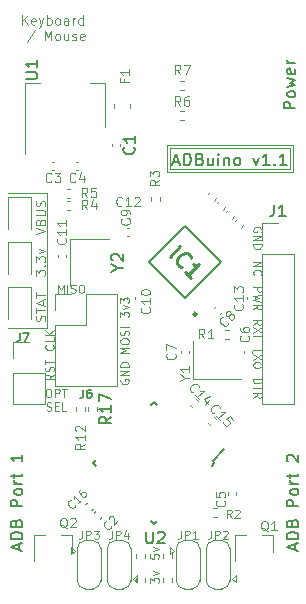
<source format=gbr>
%TF.GenerationSoftware,KiCad,Pcbnew,(5.1.9-16-g1737927814)-1*%
%TF.CreationDate,2021-10-10T21:13:45-05:00*%
%TF.ProjectId,adbuino,61646275-696e-46f2-9e6b-696361645f70,rev?*%
%TF.SameCoordinates,Original*%
%TF.FileFunction,Legend,Top*%
%TF.FilePolarity,Positive*%
%FSLAX46Y46*%
G04 Gerber Fmt 4.6, Leading zero omitted, Abs format (unit mm)*
G04 Created by KiCad (PCBNEW (5.1.9-16-g1737927814)-1) date 2021-10-10 21:13:45*
%MOMM*%
%LPD*%
G01*
G04 APERTURE LIST*
%ADD10C,0.100000*%
%ADD11C,0.120000*%
%ADD12C,0.150000*%
%ADD13C,0.200000*%
%ADD14C,0.250000*%
%ADD15C,0.254000*%
G04 APERTURE END LIST*
D10*
X28526666Y-57715666D02*
X28660000Y-57715666D01*
X28726666Y-57749000D01*
X28793333Y-57815666D01*
X28826666Y-57949000D01*
X28826666Y-58182333D01*
X28793333Y-58315666D01*
X28726666Y-58382333D01*
X28660000Y-58415666D01*
X28526666Y-58415666D01*
X28460000Y-58382333D01*
X28393333Y-58315666D01*
X28360000Y-58182333D01*
X28360000Y-57949000D01*
X28393333Y-57815666D01*
X28460000Y-57749000D01*
X28526666Y-57715666D01*
X29126666Y-58415666D02*
X29126666Y-57715666D01*
X29393333Y-57715666D01*
X29460000Y-57749000D01*
X29493333Y-57782333D01*
X29526666Y-57849000D01*
X29526666Y-57949000D01*
X29493333Y-58015666D01*
X29460000Y-58049000D01*
X29393333Y-58082333D01*
X29126666Y-58082333D01*
X29726666Y-57715666D02*
X30126666Y-57715666D01*
X29926666Y-58415666D02*
X29926666Y-57715666D01*
X28410000Y-59532333D02*
X28510000Y-59565666D01*
X28676666Y-59565666D01*
X28743333Y-59532333D01*
X28776666Y-59499000D01*
X28810000Y-59432333D01*
X28810000Y-59365666D01*
X28776666Y-59299000D01*
X28743333Y-59265666D01*
X28676666Y-59232333D01*
X28543333Y-59199000D01*
X28476666Y-59165666D01*
X28443333Y-59132333D01*
X28410000Y-59065666D01*
X28410000Y-58999000D01*
X28443333Y-58932333D01*
X28476666Y-58899000D01*
X28543333Y-58865666D01*
X28710000Y-58865666D01*
X28810000Y-58899000D01*
X29110000Y-59199000D02*
X29343333Y-59199000D01*
X29443333Y-59565666D02*
X29110000Y-59565666D01*
X29110000Y-58865666D01*
X29443333Y-58865666D01*
X30076666Y-59565666D02*
X29743333Y-59565666D01*
X29743333Y-58865666D01*
D11*
X28448000Y-52578000D02*
X25146000Y-52578000D01*
X28448000Y-41148000D02*
X28448000Y-52578000D01*
X25146000Y-41148000D02*
X28448000Y-41148000D01*
D10*
X34702000Y-56921333D02*
X34668666Y-56988000D01*
X34668666Y-57088000D01*
X34702000Y-57188000D01*
X34768666Y-57254666D01*
X34835333Y-57288000D01*
X34968666Y-57321333D01*
X35068666Y-57321333D01*
X35202000Y-57288000D01*
X35268666Y-57254666D01*
X35335333Y-57188000D01*
X35368666Y-57088000D01*
X35368666Y-57021333D01*
X35335333Y-56921333D01*
X35302000Y-56888000D01*
X35068666Y-56888000D01*
X35068666Y-57021333D01*
X35368666Y-56588000D02*
X34668666Y-56588000D01*
X35368666Y-56188000D01*
X34668666Y-56188000D01*
X35368666Y-55854666D02*
X34668666Y-55854666D01*
X34668666Y-55688000D01*
X34702000Y-55588000D01*
X34768666Y-55521333D01*
X34835333Y-55488000D01*
X34968666Y-55454666D01*
X35068666Y-55454666D01*
X35202000Y-55488000D01*
X35268666Y-55521333D01*
X35335333Y-55588000D01*
X35368666Y-55688000D01*
X35368666Y-55854666D01*
X35368666Y-54694000D02*
X34668666Y-54694000D01*
X35168666Y-54460666D01*
X34668666Y-54227333D01*
X35368666Y-54227333D01*
X34668666Y-53760666D02*
X34668666Y-53627333D01*
X34702000Y-53560666D01*
X34768666Y-53494000D01*
X34902000Y-53460666D01*
X35135333Y-53460666D01*
X35268666Y-53494000D01*
X35335333Y-53560666D01*
X35368666Y-53627333D01*
X35368666Y-53760666D01*
X35335333Y-53827333D01*
X35268666Y-53894000D01*
X35135333Y-53927333D01*
X34902000Y-53927333D01*
X34768666Y-53894000D01*
X34702000Y-53827333D01*
X34668666Y-53760666D01*
X35335333Y-53194000D02*
X35368666Y-53094000D01*
X35368666Y-52927333D01*
X35335333Y-52860666D01*
X35302000Y-52827333D01*
X35235333Y-52794000D01*
X35168666Y-52794000D01*
X35102000Y-52827333D01*
X35068666Y-52860666D01*
X35035333Y-52927333D01*
X35002000Y-53060666D01*
X34968666Y-53127333D01*
X34935333Y-53160666D01*
X34868666Y-53194000D01*
X34802000Y-53194000D01*
X34735333Y-53160666D01*
X34702000Y-53127333D01*
X34668666Y-53060666D01*
X34668666Y-52894000D01*
X34702000Y-52794000D01*
X35368666Y-52494000D02*
X34668666Y-52494000D01*
X29380000Y-49592666D02*
X29380000Y-48892666D01*
X29613333Y-49392666D01*
X29846666Y-48892666D01*
X29846666Y-49592666D01*
X30180000Y-49592666D02*
X30180000Y-48892666D01*
X30480000Y-49559333D02*
X30580000Y-49592666D01*
X30746666Y-49592666D01*
X30813333Y-49559333D01*
X30846666Y-49526000D01*
X30880000Y-49459333D01*
X30880000Y-49392666D01*
X30846666Y-49326000D01*
X30813333Y-49292666D01*
X30746666Y-49259333D01*
X30613333Y-49226000D01*
X30546666Y-49192666D01*
X30513333Y-49159333D01*
X30480000Y-49092666D01*
X30480000Y-49026000D01*
X30513333Y-48959333D01*
X30546666Y-48926000D01*
X30613333Y-48892666D01*
X30780000Y-48892666D01*
X30880000Y-48926000D01*
X31313333Y-48892666D02*
X31446666Y-48892666D01*
X31513333Y-48926000D01*
X31580000Y-48992666D01*
X31613333Y-49126000D01*
X31613333Y-49359333D01*
X31580000Y-49492666D01*
X31513333Y-49559333D01*
X31446666Y-49592666D01*
X31313333Y-49592666D01*
X31246666Y-49559333D01*
X31180000Y-49492666D01*
X31146666Y-49359333D01*
X31146666Y-49126000D01*
X31180000Y-48992666D01*
X31246666Y-48926000D01*
X31313333Y-48892666D01*
X34668666Y-51633333D02*
X34668666Y-51200000D01*
X34935333Y-51433333D01*
X34935333Y-51333333D01*
X34968666Y-51266666D01*
X35002000Y-51233333D01*
X35068666Y-51200000D01*
X35235333Y-51200000D01*
X35302000Y-51233333D01*
X35335333Y-51266666D01*
X35368666Y-51333333D01*
X35368666Y-51533333D01*
X35335333Y-51600000D01*
X35302000Y-51633333D01*
X34902000Y-50966666D02*
X35368666Y-50800000D01*
X34902000Y-50633333D01*
X34668666Y-50433333D02*
X34668666Y-50000000D01*
X34935333Y-50233333D01*
X34935333Y-50133333D01*
X34968666Y-50066666D01*
X35002000Y-50033333D01*
X35068666Y-50000000D01*
X35235333Y-50000000D01*
X35302000Y-50033333D01*
X35335333Y-50066666D01*
X35368666Y-50133333D01*
X35368666Y-50333333D01*
X35335333Y-50400000D01*
X35302000Y-50433333D01*
X29018666Y-56517333D02*
X28685333Y-56750666D01*
X29018666Y-56917333D02*
X28318666Y-56917333D01*
X28318666Y-56650666D01*
X28352000Y-56584000D01*
X28385333Y-56550666D01*
X28452000Y-56517333D01*
X28552000Y-56517333D01*
X28618666Y-56550666D01*
X28652000Y-56584000D01*
X28685333Y-56650666D01*
X28685333Y-56917333D01*
X28985333Y-56250666D02*
X29018666Y-56150666D01*
X29018666Y-55984000D01*
X28985333Y-55917333D01*
X28952000Y-55884000D01*
X28885333Y-55850666D01*
X28818666Y-55850666D01*
X28752000Y-55884000D01*
X28718666Y-55917333D01*
X28685333Y-55984000D01*
X28652000Y-56117333D01*
X28618666Y-56184000D01*
X28585333Y-56217333D01*
X28518666Y-56250666D01*
X28452000Y-56250666D01*
X28385333Y-56217333D01*
X28352000Y-56184000D01*
X28318666Y-56117333D01*
X28318666Y-55950666D01*
X28352000Y-55850666D01*
X28318666Y-55650666D02*
X28318666Y-55250666D01*
X29018666Y-55450666D02*
X28318666Y-55450666D01*
X28952000Y-54010666D02*
X28985333Y-54044000D01*
X29018666Y-54144000D01*
X29018666Y-54210666D01*
X28985333Y-54310666D01*
X28918666Y-54377333D01*
X28852000Y-54410666D01*
X28718666Y-54444000D01*
X28618666Y-54444000D01*
X28485333Y-54410666D01*
X28418666Y-54377333D01*
X28352000Y-54310666D01*
X28318666Y-54210666D01*
X28318666Y-54144000D01*
X28352000Y-54044000D01*
X28385333Y-54010666D01*
X29018666Y-53377333D02*
X29018666Y-53710666D01*
X28318666Y-53710666D01*
X29018666Y-53144000D02*
X28318666Y-53144000D01*
X29018666Y-52744000D02*
X28618666Y-53044000D01*
X28318666Y-52744000D02*
X28718666Y-53144000D01*
D11*
X38608000Y-39370000D02*
X38862000Y-39370000D01*
X38608000Y-37084000D02*
X38608000Y-39370000D01*
X49276000Y-37084000D02*
X38608000Y-37084000D01*
X49276000Y-37338000D02*
X49276000Y-37084000D01*
X49276000Y-39370000D02*
X49276000Y-37338000D01*
X38862000Y-39370000D02*
X49276000Y-39370000D01*
X38862000Y-37338000D02*
X38862000Y-39116000D01*
X49022000Y-37338000D02*
X38862000Y-37338000D01*
X49022000Y-39116000D02*
X49022000Y-37338000D01*
X38862000Y-39116000D02*
X49022000Y-39116000D01*
D10*
X37208666Y-74160000D02*
X37208666Y-73726666D01*
X37475333Y-73960000D01*
X37475333Y-73860000D01*
X37508666Y-73793333D01*
X37542000Y-73760000D01*
X37608666Y-73726666D01*
X37775333Y-73726666D01*
X37842000Y-73760000D01*
X37875333Y-73793333D01*
X37908666Y-73860000D01*
X37908666Y-74060000D01*
X37875333Y-74126666D01*
X37842000Y-74160000D01*
X37442000Y-73493333D02*
X37908666Y-73326666D01*
X37442000Y-73160000D01*
X37208666Y-71728000D02*
X37208666Y-72061333D01*
X37542000Y-72094666D01*
X37508666Y-72061333D01*
X37475333Y-71994666D01*
X37475333Y-71828000D01*
X37508666Y-71761333D01*
X37542000Y-71728000D01*
X37608666Y-71694666D01*
X37775333Y-71694666D01*
X37842000Y-71728000D01*
X37875333Y-71761333D01*
X37908666Y-71828000D01*
X37908666Y-71994666D01*
X37875333Y-72061333D01*
X37842000Y-72094666D01*
X37442000Y-71461333D02*
X37908666Y-71294666D01*
X37442000Y-71128000D01*
X28263809Y-51980952D02*
X28301904Y-51866666D01*
X28301904Y-51676190D01*
X28263809Y-51600000D01*
X28225714Y-51561904D01*
X28149523Y-51523809D01*
X28073333Y-51523809D01*
X27997142Y-51561904D01*
X27959047Y-51600000D01*
X27920952Y-51676190D01*
X27882857Y-51828571D01*
X27844761Y-51904761D01*
X27806666Y-51942857D01*
X27730476Y-51980952D01*
X27654285Y-51980952D01*
X27578095Y-51942857D01*
X27540000Y-51904761D01*
X27501904Y-51828571D01*
X27501904Y-51638095D01*
X27540000Y-51523809D01*
X27501904Y-51295238D02*
X27501904Y-50838095D01*
X28301904Y-51066666D02*
X27501904Y-51066666D01*
X28073333Y-50609523D02*
X28073333Y-50228571D01*
X28301904Y-50685714D02*
X27501904Y-50419047D01*
X28301904Y-50152380D01*
X27501904Y-50000000D02*
X27501904Y-49542857D01*
X28301904Y-49771428D02*
X27501904Y-49771428D01*
X27501904Y-48132857D02*
X27501904Y-47637619D01*
X27806666Y-47904285D01*
X27806666Y-47790000D01*
X27844761Y-47713809D01*
X27882857Y-47675714D01*
X27959047Y-47637619D01*
X28149523Y-47637619D01*
X28225714Y-47675714D01*
X28263809Y-47713809D01*
X28301904Y-47790000D01*
X28301904Y-48018571D01*
X28263809Y-48094761D01*
X28225714Y-48132857D01*
X28225714Y-47294761D02*
X28263809Y-47256666D01*
X28301904Y-47294761D01*
X28263809Y-47332857D01*
X28225714Y-47294761D01*
X28301904Y-47294761D01*
X27501904Y-46990000D02*
X27501904Y-46494761D01*
X27806666Y-46761428D01*
X27806666Y-46647142D01*
X27844761Y-46570952D01*
X27882857Y-46532857D01*
X27959047Y-46494761D01*
X28149523Y-46494761D01*
X28225714Y-46532857D01*
X28263809Y-46570952D01*
X28301904Y-46647142D01*
X28301904Y-46875714D01*
X28263809Y-46951904D01*
X28225714Y-46990000D01*
X27768571Y-46228095D02*
X28301904Y-46037619D01*
X27768571Y-45847142D01*
X27501904Y-44646666D02*
X28301904Y-44380000D01*
X27501904Y-44113333D01*
X27882857Y-43580000D02*
X27920952Y-43465714D01*
X27959047Y-43427619D01*
X28035238Y-43389523D01*
X28149523Y-43389523D01*
X28225714Y-43427619D01*
X28263809Y-43465714D01*
X28301904Y-43541904D01*
X28301904Y-43846666D01*
X27501904Y-43846666D01*
X27501904Y-43580000D01*
X27540000Y-43503809D01*
X27578095Y-43465714D01*
X27654285Y-43427619D01*
X27730476Y-43427619D01*
X27806666Y-43465714D01*
X27844761Y-43503809D01*
X27882857Y-43580000D01*
X27882857Y-43846666D01*
X27501904Y-43046666D02*
X28149523Y-43046666D01*
X28225714Y-43008571D01*
X28263809Y-42970476D01*
X28301904Y-42894285D01*
X28301904Y-42741904D01*
X28263809Y-42665714D01*
X28225714Y-42627619D01*
X28149523Y-42589523D01*
X27501904Y-42589523D01*
X28263809Y-42246666D02*
X28301904Y-42132380D01*
X28301904Y-41941904D01*
X28263809Y-41865714D01*
X28225714Y-41827619D01*
X28149523Y-41789523D01*
X28073333Y-41789523D01*
X27997142Y-41827619D01*
X27959047Y-41865714D01*
X27920952Y-41941904D01*
X27882857Y-42094285D01*
X27844761Y-42170476D01*
X27806666Y-42208571D01*
X27730476Y-42246666D01*
X27654285Y-42246666D01*
X27578095Y-42208571D01*
X27540000Y-42170476D01*
X27501904Y-42094285D01*
X27501904Y-41903809D01*
X27540000Y-41789523D01*
D12*
X39156285Y-38520666D02*
X39632476Y-38520666D01*
X39061047Y-38806380D02*
X39394380Y-37806380D01*
X39727714Y-38806380D01*
X40061047Y-38806380D02*
X40061047Y-37806380D01*
X40299142Y-37806380D01*
X40442000Y-37854000D01*
X40537238Y-37949238D01*
X40584857Y-38044476D01*
X40632476Y-38234952D01*
X40632476Y-38377809D01*
X40584857Y-38568285D01*
X40537238Y-38663523D01*
X40442000Y-38758761D01*
X40299142Y-38806380D01*
X40061047Y-38806380D01*
X41394380Y-38282571D02*
X41537238Y-38330190D01*
X41584857Y-38377809D01*
X41632476Y-38473047D01*
X41632476Y-38615904D01*
X41584857Y-38711142D01*
X41537238Y-38758761D01*
X41442000Y-38806380D01*
X41061047Y-38806380D01*
X41061047Y-37806380D01*
X41394380Y-37806380D01*
X41489619Y-37854000D01*
X41537238Y-37901619D01*
X41584857Y-37996857D01*
X41584857Y-38092095D01*
X41537238Y-38187333D01*
X41489619Y-38234952D01*
X41394380Y-38282571D01*
X41061047Y-38282571D01*
X42489619Y-38139714D02*
X42489619Y-38806380D01*
X42061047Y-38139714D02*
X42061047Y-38663523D01*
X42108666Y-38758761D01*
X42203904Y-38806380D01*
X42346761Y-38806380D01*
X42442000Y-38758761D01*
X42489619Y-38711142D01*
X42965809Y-38806380D02*
X42965809Y-38139714D01*
X42965809Y-37806380D02*
X42918190Y-37854000D01*
X42965809Y-37901619D01*
X43013428Y-37854000D01*
X42965809Y-37806380D01*
X42965809Y-37901619D01*
X43442000Y-38139714D02*
X43442000Y-38806380D01*
X43442000Y-38234952D02*
X43489619Y-38187333D01*
X43584857Y-38139714D01*
X43727714Y-38139714D01*
X43822952Y-38187333D01*
X43870571Y-38282571D01*
X43870571Y-38806380D01*
X44489619Y-38806380D02*
X44394380Y-38758761D01*
X44346761Y-38711142D01*
X44299142Y-38615904D01*
X44299142Y-38330190D01*
X44346761Y-38234952D01*
X44394380Y-38187333D01*
X44489619Y-38139714D01*
X44632476Y-38139714D01*
X44727714Y-38187333D01*
X44775333Y-38234952D01*
X44822952Y-38330190D01*
X44822952Y-38615904D01*
X44775333Y-38711142D01*
X44727714Y-38758761D01*
X44632476Y-38806380D01*
X44489619Y-38806380D01*
X45918190Y-38139714D02*
X46156285Y-38806380D01*
X46394380Y-38139714D01*
X47299142Y-38806380D02*
X46727714Y-38806380D01*
X47013428Y-38806380D02*
X47013428Y-37806380D01*
X46918190Y-37949238D01*
X46822952Y-38044476D01*
X46727714Y-38092095D01*
X47727714Y-38711142D02*
X47775333Y-38758761D01*
X47727714Y-38806380D01*
X47680095Y-38758761D01*
X47727714Y-38711142D01*
X47727714Y-38806380D01*
X48727714Y-38806380D02*
X48156285Y-38806380D01*
X48442000Y-38806380D02*
X48442000Y-37806380D01*
X48346761Y-37949238D01*
X48251523Y-38044476D01*
X48156285Y-38092095D01*
D10*
X45911333Y-49104666D02*
X46611333Y-49104666D01*
X46611333Y-49371333D01*
X46578000Y-49438000D01*
X46544666Y-49471333D01*
X46478000Y-49504666D01*
X46378000Y-49504666D01*
X46311333Y-49471333D01*
X46278000Y-49438000D01*
X46244666Y-49371333D01*
X46244666Y-49104666D01*
X46611333Y-49738000D02*
X45911333Y-49904666D01*
X46411333Y-50038000D01*
X45911333Y-50171333D01*
X46611333Y-50338000D01*
X45911333Y-51004666D02*
X46244666Y-50771333D01*
X45911333Y-50604666D02*
X46611333Y-50604666D01*
X46611333Y-50871333D01*
X46578000Y-50938000D01*
X46544666Y-50971333D01*
X46478000Y-51004666D01*
X46378000Y-51004666D01*
X46311333Y-50971333D01*
X46278000Y-50938000D01*
X46244666Y-50871333D01*
X46244666Y-50604666D01*
X45911333Y-56858000D02*
X46611333Y-56858000D01*
X46611333Y-57024666D01*
X46578000Y-57124666D01*
X46511333Y-57191333D01*
X46444666Y-57224666D01*
X46311333Y-57258000D01*
X46211333Y-57258000D01*
X46078000Y-57224666D01*
X46011333Y-57191333D01*
X45944666Y-57124666D01*
X45911333Y-57024666D01*
X45911333Y-56858000D01*
X46611333Y-57458000D02*
X46611333Y-57858000D01*
X45911333Y-57658000D02*
X46611333Y-57658000D01*
X45911333Y-58491333D02*
X46244666Y-58258000D01*
X45911333Y-58091333D02*
X46611333Y-58091333D01*
X46611333Y-58358000D01*
X46578000Y-58424666D01*
X46544666Y-58458000D01*
X46478000Y-58491333D01*
X46378000Y-58491333D01*
X46311333Y-58458000D01*
X46278000Y-58424666D01*
X46244666Y-58358000D01*
X46244666Y-58091333D01*
X46611333Y-54218000D02*
X46611333Y-54618000D01*
X45911333Y-54418000D02*
X46611333Y-54418000D01*
X46611333Y-54784666D02*
X45911333Y-55251333D01*
X46611333Y-55251333D02*
X45911333Y-54784666D01*
X46611333Y-55651333D02*
X46611333Y-55784666D01*
X46578000Y-55851333D01*
X46511333Y-55918000D01*
X46378000Y-55951333D01*
X46144666Y-55951333D01*
X46011333Y-55918000D01*
X45944666Y-55851333D01*
X45911333Y-55784666D01*
X45911333Y-55651333D01*
X45944666Y-55584666D01*
X46011333Y-55518000D01*
X46144666Y-55484666D01*
X46378000Y-55484666D01*
X46511333Y-55518000D01*
X46578000Y-55584666D01*
X46611333Y-55651333D01*
X45911333Y-52294666D02*
X46244666Y-52061333D01*
X45911333Y-51894666D02*
X46611333Y-51894666D01*
X46611333Y-52161333D01*
X46578000Y-52228000D01*
X46544666Y-52261333D01*
X46478000Y-52294666D01*
X46378000Y-52294666D01*
X46311333Y-52261333D01*
X46278000Y-52228000D01*
X46244666Y-52161333D01*
X46244666Y-51894666D01*
X46611333Y-52528000D02*
X45911333Y-52994666D01*
X46611333Y-52994666D02*
X45911333Y-52528000D01*
X45911333Y-53261333D02*
X46611333Y-53261333D01*
X45911333Y-46948000D02*
X46611333Y-46948000D01*
X45911333Y-47348000D01*
X46611333Y-47348000D01*
X45978000Y-48081333D02*
X45944666Y-48048000D01*
X45911333Y-47948000D01*
X45911333Y-47881333D01*
X45944666Y-47781333D01*
X46011333Y-47714666D01*
X46078000Y-47681333D01*
X46211333Y-47648000D01*
X46311333Y-47648000D01*
X46444666Y-47681333D01*
X46511333Y-47714666D01*
X46578000Y-47781333D01*
X46611333Y-47881333D01*
X46611333Y-47948000D01*
X46578000Y-48048000D01*
X46544666Y-48081333D01*
X46578000Y-44424666D02*
X46611333Y-44358000D01*
X46611333Y-44258000D01*
X46578000Y-44158000D01*
X46511333Y-44091333D01*
X46444666Y-44058000D01*
X46311333Y-44024666D01*
X46211333Y-44024666D01*
X46078000Y-44058000D01*
X46011333Y-44091333D01*
X45944666Y-44158000D01*
X45911333Y-44258000D01*
X45911333Y-44324666D01*
X45944666Y-44424666D01*
X45978000Y-44458000D01*
X46211333Y-44458000D01*
X46211333Y-44324666D01*
X45911333Y-44758000D02*
X46611333Y-44758000D01*
X45911333Y-45158000D01*
X46611333Y-45158000D01*
X45911333Y-45491333D02*
X46611333Y-45491333D01*
X46611333Y-45658000D01*
X46578000Y-45758000D01*
X46511333Y-45824666D01*
X46444666Y-45858000D01*
X46311333Y-45891333D01*
X46211333Y-45891333D01*
X46078000Y-45858000D01*
X46011333Y-45824666D01*
X45944666Y-45758000D01*
X45911333Y-45658000D01*
X45911333Y-45491333D01*
D12*
X49474380Y-33980190D02*
X48474380Y-33980190D01*
X48474380Y-33599238D01*
X48522000Y-33504000D01*
X48569619Y-33456380D01*
X48664857Y-33408761D01*
X48807714Y-33408761D01*
X48902952Y-33456380D01*
X48950571Y-33504000D01*
X48998190Y-33599238D01*
X48998190Y-33980190D01*
X49474380Y-32837333D02*
X49426761Y-32932571D01*
X49379142Y-32980190D01*
X49283904Y-33027809D01*
X48998190Y-33027809D01*
X48902952Y-32980190D01*
X48855333Y-32932571D01*
X48807714Y-32837333D01*
X48807714Y-32694476D01*
X48855333Y-32599238D01*
X48902952Y-32551619D01*
X48998190Y-32504000D01*
X49283904Y-32504000D01*
X49379142Y-32551619D01*
X49426761Y-32599238D01*
X49474380Y-32694476D01*
X49474380Y-32837333D01*
X48807714Y-32170666D02*
X49474380Y-31980190D01*
X48998190Y-31789714D01*
X49474380Y-31599238D01*
X48807714Y-31408761D01*
X49426761Y-30646857D02*
X49474380Y-30742095D01*
X49474380Y-30932571D01*
X49426761Y-31027809D01*
X49331523Y-31075428D01*
X48950571Y-31075428D01*
X48855333Y-31027809D01*
X48807714Y-30932571D01*
X48807714Y-30742095D01*
X48855333Y-30646857D01*
X48950571Y-30599238D01*
X49045809Y-30599238D01*
X49141047Y-31075428D01*
X49474380Y-30170666D02*
X48807714Y-30170666D01*
X48998190Y-30170666D02*
X48902952Y-30123047D01*
X48855333Y-30075428D01*
X48807714Y-29980190D01*
X48807714Y-29884952D01*
D10*
X26352857Y-26889904D02*
X26352857Y-26089904D01*
X26810000Y-26889904D02*
X26467142Y-26432761D01*
X26810000Y-26089904D02*
X26352857Y-26547047D01*
X27457619Y-26851809D02*
X27381428Y-26889904D01*
X27229047Y-26889904D01*
X27152857Y-26851809D01*
X27114761Y-26775619D01*
X27114761Y-26470857D01*
X27152857Y-26394666D01*
X27229047Y-26356571D01*
X27381428Y-26356571D01*
X27457619Y-26394666D01*
X27495714Y-26470857D01*
X27495714Y-26547047D01*
X27114761Y-26623238D01*
X27762380Y-26356571D02*
X27952857Y-26889904D01*
X28143333Y-26356571D02*
X27952857Y-26889904D01*
X27876666Y-27080380D01*
X27838571Y-27118476D01*
X27762380Y-27156571D01*
X28448095Y-26889904D02*
X28448095Y-26089904D01*
X28448095Y-26394666D02*
X28524285Y-26356571D01*
X28676666Y-26356571D01*
X28752857Y-26394666D01*
X28790952Y-26432761D01*
X28829047Y-26508952D01*
X28829047Y-26737523D01*
X28790952Y-26813714D01*
X28752857Y-26851809D01*
X28676666Y-26889904D01*
X28524285Y-26889904D01*
X28448095Y-26851809D01*
X29286190Y-26889904D02*
X29210000Y-26851809D01*
X29171904Y-26813714D01*
X29133809Y-26737523D01*
X29133809Y-26508952D01*
X29171904Y-26432761D01*
X29210000Y-26394666D01*
X29286190Y-26356571D01*
X29400476Y-26356571D01*
X29476666Y-26394666D01*
X29514761Y-26432761D01*
X29552857Y-26508952D01*
X29552857Y-26737523D01*
X29514761Y-26813714D01*
X29476666Y-26851809D01*
X29400476Y-26889904D01*
X29286190Y-26889904D01*
X30238571Y-26889904D02*
X30238571Y-26470857D01*
X30200476Y-26394666D01*
X30124285Y-26356571D01*
X29971904Y-26356571D01*
X29895714Y-26394666D01*
X30238571Y-26851809D02*
X30162380Y-26889904D01*
X29971904Y-26889904D01*
X29895714Y-26851809D01*
X29857619Y-26775619D01*
X29857619Y-26699428D01*
X29895714Y-26623238D01*
X29971904Y-26585142D01*
X30162380Y-26585142D01*
X30238571Y-26547047D01*
X30619523Y-26889904D02*
X30619523Y-26356571D01*
X30619523Y-26508952D02*
X30657619Y-26432761D01*
X30695714Y-26394666D01*
X30771904Y-26356571D01*
X30848095Y-26356571D01*
X31457619Y-26889904D02*
X31457619Y-26089904D01*
X31457619Y-26851809D02*
X31381428Y-26889904D01*
X31229047Y-26889904D01*
X31152857Y-26851809D01*
X31114761Y-26813714D01*
X31076666Y-26737523D01*
X31076666Y-26508952D01*
X31114761Y-26432761D01*
X31152857Y-26394666D01*
X31229047Y-26356571D01*
X31381428Y-26356571D01*
X31457619Y-26394666D01*
X27400476Y-27351809D02*
X26714761Y-28380380D01*
X28276666Y-28189904D02*
X28276666Y-27389904D01*
X28543333Y-27961333D01*
X28810000Y-27389904D01*
X28810000Y-28189904D01*
X29305238Y-28189904D02*
X29229047Y-28151809D01*
X29190952Y-28113714D01*
X29152857Y-28037523D01*
X29152857Y-27808952D01*
X29190952Y-27732761D01*
X29229047Y-27694666D01*
X29305238Y-27656571D01*
X29419523Y-27656571D01*
X29495714Y-27694666D01*
X29533809Y-27732761D01*
X29571904Y-27808952D01*
X29571904Y-28037523D01*
X29533809Y-28113714D01*
X29495714Y-28151809D01*
X29419523Y-28189904D01*
X29305238Y-28189904D01*
X30257619Y-27656571D02*
X30257619Y-28189904D01*
X29914761Y-27656571D02*
X29914761Y-28075619D01*
X29952857Y-28151809D01*
X30029047Y-28189904D01*
X30143333Y-28189904D01*
X30219523Y-28151809D01*
X30257619Y-28113714D01*
X30600476Y-28151809D02*
X30676666Y-28189904D01*
X30829047Y-28189904D01*
X30905238Y-28151809D01*
X30943333Y-28075619D01*
X30943333Y-28037523D01*
X30905238Y-27961333D01*
X30829047Y-27923238D01*
X30714761Y-27923238D01*
X30638571Y-27885142D01*
X30600476Y-27808952D01*
X30600476Y-27770857D01*
X30638571Y-27694666D01*
X30714761Y-27656571D01*
X30829047Y-27656571D01*
X30905238Y-27694666D01*
X31590952Y-28151809D02*
X31514761Y-28189904D01*
X31362380Y-28189904D01*
X31286190Y-28151809D01*
X31248095Y-28075619D01*
X31248095Y-27770857D01*
X31286190Y-27694666D01*
X31362380Y-27656571D01*
X31514761Y-27656571D01*
X31590952Y-27694666D01*
X31629047Y-27770857D01*
X31629047Y-27847047D01*
X31248095Y-27923238D01*
D12*
X49442666Y-71333809D02*
X49442666Y-70857619D01*
X49728380Y-71429047D02*
X48728380Y-71095714D01*
X49728380Y-70762380D01*
X49728380Y-70429047D02*
X48728380Y-70429047D01*
X48728380Y-70190952D01*
X48776000Y-70048095D01*
X48871238Y-69952857D01*
X48966476Y-69905238D01*
X49156952Y-69857619D01*
X49299809Y-69857619D01*
X49490285Y-69905238D01*
X49585523Y-69952857D01*
X49680761Y-70048095D01*
X49728380Y-70190952D01*
X49728380Y-70429047D01*
X49204571Y-69095714D02*
X49252190Y-68952857D01*
X49299809Y-68905238D01*
X49395047Y-68857619D01*
X49537904Y-68857619D01*
X49633142Y-68905238D01*
X49680761Y-68952857D01*
X49728380Y-69048095D01*
X49728380Y-69429047D01*
X48728380Y-69429047D01*
X48728380Y-69095714D01*
X48776000Y-69000476D01*
X48823619Y-68952857D01*
X48918857Y-68905238D01*
X49014095Y-68905238D01*
X49109333Y-68952857D01*
X49156952Y-69000476D01*
X49204571Y-69095714D01*
X49204571Y-69429047D01*
X49728380Y-67667142D02*
X48728380Y-67667142D01*
X48728380Y-67286190D01*
X48776000Y-67190952D01*
X48823619Y-67143333D01*
X48918857Y-67095714D01*
X49061714Y-67095714D01*
X49156952Y-67143333D01*
X49204571Y-67190952D01*
X49252190Y-67286190D01*
X49252190Y-67667142D01*
X49728380Y-66524285D02*
X49680761Y-66619523D01*
X49633142Y-66667142D01*
X49537904Y-66714761D01*
X49252190Y-66714761D01*
X49156952Y-66667142D01*
X49109333Y-66619523D01*
X49061714Y-66524285D01*
X49061714Y-66381428D01*
X49109333Y-66286190D01*
X49156952Y-66238571D01*
X49252190Y-66190952D01*
X49537904Y-66190952D01*
X49633142Y-66238571D01*
X49680761Y-66286190D01*
X49728380Y-66381428D01*
X49728380Y-66524285D01*
X49728380Y-65762380D02*
X49061714Y-65762380D01*
X49252190Y-65762380D02*
X49156952Y-65714761D01*
X49109333Y-65667142D01*
X49061714Y-65571904D01*
X49061714Y-65476666D01*
X49061714Y-65286190D02*
X49061714Y-64905238D01*
X48728380Y-65143333D02*
X49585523Y-65143333D01*
X49680761Y-65095714D01*
X49728380Y-65000476D01*
X49728380Y-64905238D01*
X48823619Y-63857619D02*
X48776000Y-63810000D01*
X48728380Y-63714761D01*
X48728380Y-63476666D01*
X48776000Y-63381428D01*
X48823619Y-63333809D01*
X48918857Y-63286190D01*
X49014095Y-63286190D01*
X49156952Y-63333809D01*
X49728380Y-63905238D01*
X49728380Y-63286190D01*
X26074666Y-71333809D02*
X26074666Y-70857619D01*
X26360380Y-71429047D02*
X25360380Y-71095714D01*
X26360380Y-70762380D01*
X26360380Y-70429047D02*
X25360380Y-70429047D01*
X25360380Y-70190952D01*
X25408000Y-70048095D01*
X25503238Y-69952857D01*
X25598476Y-69905238D01*
X25788952Y-69857619D01*
X25931809Y-69857619D01*
X26122285Y-69905238D01*
X26217523Y-69952857D01*
X26312761Y-70048095D01*
X26360380Y-70190952D01*
X26360380Y-70429047D01*
X25836571Y-69095714D02*
X25884190Y-68952857D01*
X25931809Y-68905238D01*
X26027047Y-68857619D01*
X26169904Y-68857619D01*
X26265142Y-68905238D01*
X26312761Y-68952857D01*
X26360380Y-69048095D01*
X26360380Y-69429047D01*
X25360380Y-69429047D01*
X25360380Y-69095714D01*
X25408000Y-69000476D01*
X25455619Y-68952857D01*
X25550857Y-68905238D01*
X25646095Y-68905238D01*
X25741333Y-68952857D01*
X25788952Y-69000476D01*
X25836571Y-69095714D01*
X25836571Y-69429047D01*
X26360380Y-67667142D02*
X25360380Y-67667142D01*
X25360380Y-67286190D01*
X25408000Y-67190952D01*
X25455619Y-67143333D01*
X25550857Y-67095714D01*
X25693714Y-67095714D01*
X25788952Y-67143333D01*
X25836571Y-67190952D01*
X25884190Y-67286190D01*
X25884190Y-67667142D01*
X26360380Y-66524285D02*
X26312761Y-66619523D01*
X26265142Y-66667142D01*
X26169904Y-66714761D01*
X25884190Y-66714761D01*
X25788952Y-66667142D01*
X25741333Y-66619523D01*
X25693714Y-66524285D01*
X25693714Y-66381428D01*
X25741333Y-66286190D01*
X25788952Y-66238571D01*
X25884190Y-66190952D01*
X26169904Y-66190952D01*
X26265142Y-66238571D01*
X26312761Y-66286190D01*
X26360380Y-66381428D01*
X26360380Y-66524285D01*
X26360380Y-65762380D02*
X25693714Y-65762380D01*
X25884190Y-65762380D02*
X25788952Y-65714761D01*
X25741333Y-65667142D01*
X25693714Y-65571904D01*
X25693714Y-65476666D01*
X25693714Y-65286190D02*
X25693714Y-64905238D01*
X25360380Y-65143333D02*
X26217523Y-65143333D01*
X26312761Y-65095714D01*
X26360380Y-65000476D01*
X26360380Y-64905238D01*
X26360380Y-63286190D02*
X26360380Y-63857619D01*
X26360380Y-63571904D02*
X25360380Y-63571904D01*
X25503238Y-63667142D01*
X25598476Y-63762380D01*
X25646095Y-63857619D01*
D11*
%TO.C,J7*%
X25594000Y-58988000D02*
X28254000Y-58988000D01*
X25594000Y-56388000D02*
X25594000Y-58988000D01*
X28254000Y-56388000D02*
X28254000Y-58988000D01*
X25594000Y-56388000D02*
X28254000Y-56388000D01*
X25594000Y-55118000D02*
X25594000Y-53788000D01*
X25594000Y-53788000D02*
X26924000Y-53788000D01*
D13*
%TO.C,IC1*%
X40132000Y-50040559D02*
X37091441Y-47000000D01*
X37091441Y-47000000D02*
X40132000Y-43959441D01*
X40132000Y-43959441D02*
X43172559Y-47000000D01*
X43172559Y-47000000D02*
X40132000Y-50040559D01*
D14*
X41123206Y-51401740D02*
G75*
G03*
X41123206Y-51401740I-125000J0D01*
G01*
D11*
%TO.C,R17*%
X32638000Y-59282359D02*
X32638000Y-59589641D01*
X31878000Y-59282359D02*
X31878000Y-59589641D01*
%TO.C,JP4*%
X33544000Y-74014000D02*
X33544000Y-71214000D01*
X34244000Y-70564000D02*
X34844000Y-70564000D01*
X35544000Y-71214000D02*
X35544000Y-74014000D01*
X34844000Y-74664000D02*
X34244000Y-74664000D01*
X35744000Y-73814000D02*
X36044000Y-74114000D01*
X36044000Y-74114000D02*
X36044000Y-73514000D01*
X35744000Y-73814000D02*
X36044000Y-73514000D01*
X34244000Y-74664000D02*
G75*
G02*
X33544000Y-73964000I0J700000D01*
G01*
X35544000Y-73964000D02*
G75*
G02*
X34844000Y-74664000I-700000J0D01*
G01*
X34844000Y-70564000D02*
G75*
G02*
X35544000Y-71264000I0J-700000D01*
G01*
X33544000Y-71264000D02*
G75*
G02*
X34244000Y-70564000I700000J0D01*
G01*
%TO.C,JP3*%
X33004000Y-71214000D02*
X33004000Y-74014000D01*
X32304000Y-74664000D02*
X31704000Y-74664000D01*
X31004000Y-74014000D02*
X31004000Y-71214000D01*
X31704000Y-70564000D02*
X32304000Y-70564000D01*
X30804000Y-71414000D02*
X30504000Y-71114000D01*
X30504000Y-71114000D02*
X30504000Y-71714000D01*
X30804000Y-71414000D02*
X30504000Y-71714000D01*
X32304000Y-70564000D02*
G75*
G02*
X33004000Y-71264000I0J-700000D01*
G01*
X31004000Y-71264000D02*
G75*
G02*
X31704000Y-70564000I700000J0D01*
G01*
X31704000Y-74664000D02*
G75*
G02*
X31004000Y-73964000I0J700000D01*
G01*
X33004000Y-73964000D02*
G75*
G02*
X32304000Y-74664000I-700000J0D01*
G01*
%TO.C,JP2*%
X41926000Y-74014000D02*
X41926000Y-71214000D01*
X42626000Y-70564000D02*
X43226000Y-70564000D01*
X43926000Y-71214000D02*
X43926000Y-74014000D01*
X43226000Y-74664000D02*
X42626000Y-74664000D01*
X44126000Y-73814000D02*
X44426000Y-74114000D01*
X44426000Y-74114000D02*
X44426000Y-73514000D01*
X44126000Y-73814000D02*
X44426000Y-73514000D01*
X42626000Y-74664000D02*
G75*
G02*
X41926000Y-73964000I0J700000D01*
G01*
X43926000Y-73964000D02*
G75*
G02*
X43226000Y-74664000I-700000J0D01*
G01*
X43226000Y-70564000D02*
G75*
G02*
X43926000Y-71264000I0J-700000D01*
G01*
X41926000Y-71264000D02*
G75*
G02*
X42626000Y-70564000I700000J0D01*
G01*
%TO.C,JP1*%
X41386000Y-71214000D02*
X41386000Y-74014000D01*
X40686000Y-74664000D02*
X40086000Y-74664000D01*
X39386000Y-74014000D02*
X39386000Y-71214000D01*
X40086000Y-70564000D02*
X40686000Y-70564000D01*
X39186000Y-71414000D02*
X38886000Y-71114000D01*
X38886000Y-71114000D02*
X38886000Y-71714000D01*
X39186000Y-71414000D02*
X38886000Y-71714000D01*
X40686000Y-70564000D02*
G75*
G02*
X41386000Y-71264000I0J-700000D01*
G01*
X39386000Y-71264000D02*
G75*
G02*
X40086000Y-70564000I700000J0D01*
G01*
X40086000Y-74664000D02*
G75*
G02*
X39386000Y-73964000I0J700000D01*
G01*
X41386000Y-73964000D02*
G75*
G02*
X40686000Y-74664000I-700000J0D01*
G01*
%TO.C,J6*%
X29150000Y-57464000D02*
X34350000Y-57464000D01*
X29150000Y-52324000D02*
X29150000Y-57464000D01*
X34350000Y-49724000D02*
X34350000Y-57464000D01*
X29150000Y-52324000D02*
X31750000Y-52324000D01*
X31750000Y-52324000D02*
X31750000Y-49724000D01*
X31750000Y-49724000D02*
X34350000Y-49724000D01*
X29150000Y-51054000D02*
X29150000Y-49724000D01*
X29150000Y-49724000D02*
X30480000Y-49724000D01*
%TO.C,R16*%
X44864060Y-44065341D02*
X45081341Y-43848060D01*
X44326659Y-43527940D02*
X44543940Y-43310659D01*
%TO.C,R14*%
X42578060Y-41779341D02*
X42795341Y-41562060D01*
X42040659Y-41241940D02*
X42257940Y-41024659D01*
%TO.C,R13*%
X44102060Y-43303341D02*
X44319341Y-43086060D01*
X43564659Y-42765940D02*
X43781940Y-42548659D01*
%TO.C,R15*%
X43340060Y-42541341D02*
X43557341Y-42324060D01*
X42802659Y-42003940D02*
X43019940Y-41786659D01*
%TO.C,Q1*%
X47554000Y-70106000D02*
X47554000Y-71566000D01*
X44394000Y-70106000D02*
X44394000Y-72266000D01*
X44394000Y-70106000D02*
X45324000Y-70106000D01*
X47554000Y-70106000D02*
X46624000Y-70106000D01*
%TO.C,C12*%
X35413836Y-43286000D02*
X35198164Y-43286000D01*
X35413836Y-42566000D02*
X35198164Y-42566000D01*
%TO.C,Y2*%
X33654000Y-45000000D02*
X30354000Y-45000000D01*
X30354000Y-45000000D02*
X30354000Y-49000000D01*
%TO.C,C13*%
X46080000Y-50145836D02*
X46080000Y-49930164D01*
X45360000Y-50145836D02*
X45360000Y-49930164D01*
%TO.C,R12*%
X30862000Y-59589641D02*
X30862000Y-59282359D01*
X31622000Y-59589641D02*
X31622000Y-59282359D01*
%TO.C,R11*%
X36702000Y-71728359D02*
X36702000Y-72035641D01*
X35942000Y-71728359D02*
X35942000Y-72035641D01*
%TO.C,R10*%
X35942000Y-74067641D02*
X35942000Y-73760359D01*
X36702000Y-74067641D02*
X36702000Y-73760359D01*
%TO.C,R9*%
X38988000Y-71728359D02*
X38988000Y-72035641D01*
X38228000Y-71728359D02*
X38228000Y-72035641D01*
%TO.C,R8*%
X38228000Y-74067641D02*
X38228000Y-73760359D01*
X38988000Y-74067641D02*
X38988000Y-73760359D01*
%TO.C,R7*%
X40031641Y-32384000D02*
X39724359Y-32384000D01*
X40031641Y-31624000D02*
X39724359Y-31624000D01*
%TO.C,R6*%
X39722359Y-34164000D02*
X40029641Y-34164000D01*
X39722359Y-34924000D02*
X40029641Y-34924000D01*
%TO.C,R5*%
X30418281Y-41548320D02*
X30110999Y-41548320D01*
X30418281Y-40788320D02*
X30110999Y-40788320D01*
%TO.C,R4*%
X30413201Y-42559240D02*
X30105919Y-42559240D01*
X30413201Y-41799240D02*
X30105919Y-41799240D01*
%TO.C,R3*%
X37972000Y-41502359D02*
X37972000Y-41809641D01*
X37212000Y-41502359D02*
X37212000Y-41809641D01*
%TO.C,R2*%
X42827641Y-68579000D02*
X42520359Y-68579000D01*
X42827641Y-67819000D02*
X42520359Y-67819000D01*
%TO.C,R1*%
X43839641Y-53466000D02*
X43532359Y-53466000D01*
X43839641Y-52706000D02*
X43532359Y-52706000D01*
%TO.C,C16*%
X32366239Y-67860096D02*
X32213736Y-68012599D01*
X31857122Y-67350979D02*
X31704619Y-67503482D01*
%TO.C,C15*%
X42596307Y-60121190D02*
X42748810Y-60273693D01*
X42087190Y-60630307D02*
X42239693Y-60782810D01*
%TO.C,C14*%
X41072307Y-58597190D02*
X41224810Y-58749693D01*
X40563190Y-59106307D02*
X40715693Y-59258810D01*
%TO.C,C11*%
X30078000Y-46374164D02*
X30078000Y-46589836D01*
X29358000Y-46374164D02*
X29358000Y-46589836D01*
%TO.C,C10*%
X35920000Y-49930164D02*
X35920000Y-50145836D01*
X35200000Y-49930164D02*
X35200000Y-50145836D01*
%TO.C,C9*%
X35413836Y-44810000D02*
X35198164Y-44810000D01*
X35413836Y-44090000D02*
X35198164Y-44090000D01*
%TO.C,C8*%
X42595190Y-50875693D02*
X42747693Y-50723190D01*
X43104307Y-51384810D02*
X43256810Y-51232307D01*
%TO.C,C7*%
X39772000Y-54717836D02*
X39772000Y-54502164D01*
X40492000Y-54717836D02*
X40492000Y-54502164D01*
%TO.C,C6*%
X45826000Y-54502164D02*
X45826000Y-54717836D01*
X45106000Y-54502164D02*
X45106000Y-54717836D01*
%TO.C,C5*%
X43769960Y-66683836D02*
X43769960Y-66468164D01*
X44489960Y-66683836D02*
X44489960Y-66468164D01*
%TO.C,C4*%
X30880164Y-38502000D02*
X31095836Y-38502000D01*
X30880164Y-39222000D02*
X31095836Y-39222000D01*
%TO.C,C3*%
X29063836Y-39222000D02*
X28848164Y-39222000D01*
X29063836Y-38502000D02*
X28848164Y-38502000D01*
%TO.C,C2*%
X33056170Y-68555107D02*
X32903667Y-68707610D01*
X32547053Y-68045990D02*
X32394550Y-68198493D01*
%TO.C,C1*%
X34650000Y-36976164D02*
X34650000Y-37191836D01*
X33930000Y-36976164D02*
X33930000Y-37191836D01*
%TO.C,D3*%
X27071200Y-51823100D02*
X27071200Y-49138100D01*
X27071200Y-49138100D02*
X25151200Y-49138100D01*
X25151200Y-49138100D02*
X25151200Y-51823100D01*
%TO.C,D2*%
X27071200Y-44180000D02*
X27071200Y-41495000D01*
X27071200Y-41495000D02*
X25151200Y-41495000D01*
X25151200Y-41495000D02*
X25151200Y-44180000D01*
%TO.C,D1*%
X27071200Y-48001550D02*
X27071200Y-45316550D01*
X27071200Y-45316550D02*
X25151200Y-45316550D01*
X25151200Y-45316550D02*
X25151200Y-48001550D01*
%TO.C,J1*%
X46670000Y-43670000D02*
X48000000Y-43670000D01*
X46670000Y-45000000D02*
X46670000Y-43670000D01*
X46670000Y-46270000D02*
X49330000Y-46270000D01*
X49330000Y-46270000D02*
X49330000Y-59030000D01*
X46670000Y-46270000D02*
X46670000Y-59030000D01*
X46670000Y-59030000D02*
X49330000Y-59030000D01*
%TO.C,F1*%
X34088000Y-33636969D02*
X34088000Y-33927031D01*
X35508000Y-33636969D02*
X35508000Y-33927031D01*
%TO.C,Y1*%
X40842000Y-56934000D02*
X44842000Y-56934000D01*
X40842000Y-53634000D02*
X40842000Y-56934000D01*
%TO.C,Q2*%
X30536000Y-70106000D02*
X30536000Y-71566000D01*
X27376000Y-70106000D02*
X27376000Y-72266000D01*
X27376000Y-70106000D02*
X28306000Y-70106000D01*
X30536000Y-70106000D02*
X29606000Y-70106000D01*
%TO.C,U1*%
X33382000Y-31824000D02*
X32122000Y-31824000D01*
X26562000Y-31824000D02*
X27822000Y-31824000D01*
X33382000Y-35584000D02*
X33382000Y-31824000D01*
X26562000Y-37834000D02*
X26562000Y-31824000D01*
D12*
%TO.C,U2*%
X42626524Y-64000000D02*
X42467425Y-63840901D01*
X37500000Y-69126524D02*
X37270190Y-68896714D01*
X32373476Y-64000000D02*
X32603286Y-64229810D01*
X37500000Y-58873476D02*
X37729810Y-59103286D01*
X42626524Y-64000000D02*
X42396714Y-64229810D01*
X37500000Y-58873476D02*
X37270190Y-59103286D01*
X32373476Y-64000000D02*
X32603286Y-63770190D01*
X37500000Y-69126524D02*
X37729810Y-68896714D01*
X42467425Y-63840901D02*
X43475052Y-62833274D01*
%TO.C,J7*%
X26182666Y-52956666D02*
X26182666Y-53456666D01*
X26149333Y-53556666D01*
X26082666Y-53623333D01*
X25982666Y-53656666D01*
X25916000Y-53656666D01*
X26449333Y-52956666D02*
X26916000Y-52956666D01*
X26616000Y-53656666D01*
%TO.C,IC1*%
D15*
X38849106Y-46529605D02*
X39747131Y-45631580D01*
X39875421Y-47384868D02*
X39789895Y-47384868D01*
X39618842Y-47299341D01*
X39533316Y-47213815D01*
X39447790Y-47042763D01*
X39447790Y-46871710D01*
X39490553Y-46743421D01*
X39618842Y-46529605D01*
X39747131Y-46401316D01*
X39960947Y-46273026D01*
X40089236Y-46230263D01*
X40260289Y-46230263D01*
X40431341Y-46315790D01*
X40516868Y-46401316D01*
X40602394Y-46572368D01*
X40602394Y-46657895D01*
X40645157Y-48325656D02*
X40132000Y-47812499D01*
X40388578Y-48069078D02*
X41286604Y-47171052D01*
X41072788Y-47213815D01*
X40901736Y-47213815D01*
X40773446Y-47171052D01*
%TO.C,R17*%
D12*
X33880380Y-60078857D02*
X33404190Y-60412190D01*
X33880380Y-60650285D02*
X32880380Y-60650285D01*
X32880380Y-60269333D01*
X32928000Y-60174095D01*
X32975619Y-60126476D01*
X33070857Y-60078857D01*
X33213714Y-60078857D01*
X33308952Y-60126476D01*
X33356571Y-60174095D01*
X33404190Y-60269333D01*
X33404190Y-60650285D01*
X33880380Y-59126476D02*
X33880380Y-59697904D01*
X33880380Y-59412190D02*
X32880380Y-59412190D01*
X33023238Y-59507428D01*
X33118476Y-59602666D01*
X33166095Y-59697904D01*
X32880380Y-58793142D02*
X32880380Y-58126476D01*
X33880380Y-58555047D01*
%TO.C,JP4*%
D10*
X33960666Y-69720666D02*
X33960666Y-70220666D01*
X33927333Y-70320666D01*
X33860666Y-70387333D01*
X33760666Y-70420666D01*
X33694000Y-70420666D01*
X34294000Y-70420666D02*
X34294000Y-69720666D01*
X34560666Y-69720666D01*
X34627333Y-69754000D01*
X34660666Y-69787333D01*
X34694000Y-69854000D01*
X34694000Y-69954000D01*
X34660666Y-70020666D01*
X34627333Y-70054000D01*
X34560666Y-70087333D01*
X34294000Y-70087333D01*
X35294000Y-69954000D02*
X35294000Y-70420666D01*
X35127333Y-69687333D02*
X34960666Y-70187333D01*
X35394000Y-70187333D01*
%TO.C,JP3*%
X31420666Y-69720666D02*
X31420666Y-70220666D01*
X31387333Y-70320666D01*
X31320666Y-70387333D01*
X31220666Y-70420666D01*
X31154000Y-70420666D01*
X31754000Y-70420666D02*
X31754000Y-69720666D01*
X32020666Y-69720666D01*
X32087333Y-69754000D01*
X32120666Y-69787333D01*
X32154000Y-69854000D01*
X32154000Y-69954000D01*
X32120666Y-70020666D01*
X32087333Y-70054000D01*
X32020666Y-70087333D01*
X31754000Y-70087333D01*
X32387333Y-69720666D02*
X32820666Y-69720666D01*
X32587333Y-69987333D01*
X32687333Y-69987333D01*
X32754000Y-70020666D01*
X32787333Y-70054000D01*
X32820666Y-70120666D01*
X32820666Y-70287333D01*
X32787333Y-70354000D01*
X32754000Y-70387333D01*
X32687333Y-70420666D01*
X32487333Y-70420666D01*
X32420666Y-70387333D01*
X32387333Y-70354000D01*
%TO.C,JP2*%
X42342666Y-69720666D02*
X42342666Y-70220666D01*
X42309333Y-70320666D01*
X42242666Y-70387333D01*
X42142666Y-70420666D01*
X42076000Y-70420666D01*
X42676000Y-70420666D02*
X42676000Y-69720666D01*
X42942666Y-69720666D01*
X43009333Y-69754000D01*
X43042666Y-69787333D01*
X43076000Y-69854000D01*
X43076000Y-69954000D01*
X43042666Y-70020666D01*
X43009333Y-70054000D01*
X42942666Y-70087333D01*
X42676000Y-70087333D01*
X43342666Y-69787333D02*
X43376000Y-69754000D01*
X43442666Y-69720666D01*
X43609333Y-69720666D01*
X43676000Y-69754000D01*
X43709333Y-69787333D01*
X43742666Y-69854000D01*
X43742666Y-69920666D01*
X43709333Y-70020666D01*
X43309333Y-70420666D01*
X43742666Y-70420666D01*
%TO.C,JP1*%
X39802666Y-69720666D02*
X39802666Y-70220666D01*
X39769333Y-70320666D01*
X39702666Y-70387333D01*
X39602666Y-70420666D01*
X39536000Y-70420666D01*
X40136000Y-70420666D02*
X40136000Y-69720666D01*
X40402666Y-69720666D01*
X40469333Y-69754000D01*
X40502666Y-69787333D01*
X40536000Y-69854000D01*
X40536000Y-69954000D01*
X40502666Y-70020666D01*
X40469333Y-70054000D01*
X40402666Y-70087333D01*
X40136000Y-70087333D01*
X41202666Y-70420666D02*
X40802666Y-70420666D01*
X41002666Y-70420666D02*
X41002666Y-69720666D01*
X40936000Y-69820666D01*
X40869333Y-69887333D01*
X40802666Y-69920666D01*
%TO.C,J6*%
D12*
X31516666Y-57782666D02*
X31516666Y-58282666D01*
X31483333Y-58382666D01*
X31416666Y-58449333D01*
X31316666Y-58482666D01*
X31250000Y-58482666D01*
X32150000Y-57782666D02*
X32016666Y-57782666D01*
X31950000Y-57816000D01*
X31916666Y-57849333D01*
X31850000Y-57949333D01*
X31816666Y-58082666D01*
X31816666Y-58349333D01*
X31850000Y-58416000D01*
X31883333Y-58449333D01*
X31950000Y-58482666D01*
X32083333Y-58482666D01*
X32150000Y-58449333D01*
X32183333Y-58416000D01*
X32216666Y-58349333D01*
X32216666Y-58182666D01*
X32183333Y-58116000D01*
X32150000Y-58082666D01*
X32083333Y-58049333D01*
X31950000Y-58049333D01*
X31883333Y-58082666D01*
X31850000Y-58116000D01*
X31816666Y-58182666D01*
%TO.C,Q1*%
D10*
X47167809Y-69780095D02*
X47091619Y-69742000D01*
X47015428Y-69665809D01*
X46901142Y-69551523D01*
X46824952Y-69513428D01*
X46748761Y-69513428D01*
X46786857Y-69703904D02*
X46710666Y-69665809D01*
X46634476Y-69589619D01*
X46596380Y-69437238D01*
X46596380Y-69170571D01*
X46634476Y-69018190D01*
X46710666Y-68942000D01*
X46786857Y-68903904D01*
X46939238Y-68903904D01*
X47015428Y-68942000D01*
X47091619Y-69018190D01*
X47129714Y-69170571D01*
X47129714Y-69437238D01*
X47091619Y-69589619D01*
X47015428Y-69665809D01*
X46939238Y-69703904D01*
X46786857Y-69703904D01*
X47891619Y-69703904D02*
X47434476Y-69703904D01*
X47663047Y-69703904D02*
X47663047Y-68903904D01*
X47586857Y-69018190D01*
X47510666Y-69094380D01*
X47434476Y-69132476D01*
%TO.C,C12*%
X34791714Y-42195714D02*
X34753619Y-42233809D01*
X34639333Y-42271904D01*
X34563142Y-42271904D01*
X34448857Y-42233809D01*
X34372666Y-42157619D01*
X34334571Y-42081428D01*
X34296476Y-41929047D01*
X34296476Y-41814761D01*
X34334571Y-41662380D01*
X34372666Y-41586190D01*
X34448857Y-41510000D01*
X34563142Y-41471904D01*
X34639333Y-41471904D01*
X34753619Y-41510000D01*
X34791714Y-41548095D01*
X35553619Y-42271904D02*
X35096476Y-42271904D01*
X35325047Y-42271904D02*
X35325047Y-41471904D01*
X35248857Y-41586190D01*
X35172666Y-41662380D01*
X35096476Y-41700476D01*
X35858380Y-41548095D02*
X35896476Y-41510000D01*
X35972666Y-41471904D01*
X36163142Y-41471904D01*
X36239333Y-41510000D01*
X36277428Y-41548095D01*
X36315523Y-41624285D01*
X36315523Y-41700476D01*
X36277428Y-41814761D01*
X35820285Y-42271904D01*
X36315523Y-42271904D01*
%TO.C,Y2*%
D12*
X34430190Y-47476190D02*
X34906380Y-47476190D01*
X33906380Y-47809523D02*
X34430190Y-47476190D01*
X33906380Y-47142857D01*
X34001619Y-46857142D02*
X33954000Y-46809523D01*
X33906380Y-46714285D01*
X33906380Y-46476190D01*
X33954000Y-46380952D01*
X34001619Y-46333333D01*
X34096857Y-46285714D01*
X34192095Y-46285714D01*
X34334952Y-46333333D01*
X34906380Y-46904761D01*
X34906380Y-46285714D01*
%TO.C,C13*%
D10*
X44989714Y-50552285D02*
X45027809Y-50590380D01*
X45065904Y-50704666D01*
X45065904Y-50780857D01*
X45027809Y-50895142D01*
X44951619Y-50971333D01*
X44875428Y-51009428D01*
X44723047Y-51047523D01*
X44608761Y-51047523D01*
X44456380Y-51009428D01*
X44380190Y-50971333D01*
X44304000Y-50895142D01*
X44265904Y-50780857D01*
X44265904Y-50704666D01*
X44304000Y-50590380D01*
X44342095Y-50552285D01*
X45065904Y-49790380D02*
X45065904Y-50247523D01*
X45065904Y-50018952D02*
X44265904Y-50018952D01*
X44380190Y-50095142D01*
X44456380Y-50171333D01*
X44494476Y-50247523D01*
X44265904Y-49523714D02*
X44265904Y-49028476D01*
X44570666Y-49295142D01*
X44570666Y-49180857D01*
X44608761Y-49104666D01*
X44646857Y-49066571D01*
X44723047Y-49028476D01*
X44913523Y-49028476D01*
X44989714Y-49066571D01*
X45027809Y-49104666D01*
X45065904Y-49180857D01*
X45065904Y-49409428D01*
X45027809Y-49485619D01*
X44989714Y-49523714D01*
%TO.C,R12*%
X31654704Y-62353125D02*
X31273752Y-62619792D01*
X31654704Y-62810268D02*
X30854704Y-62810268D01*
X30854704Y-62505506D01*
X30892800Y-62429316D01*
X30930895Y-62391220D01*
X31007085Y-62353125D01*
X31121371Y-62353125D01*
X31197561Y-62391220D01*
X31235657Y-62429316D01*
X31273752Y-62505506D01*
X31273752Y-62810268D01*
X31654704Y-61591220D02*
X31654704Y-62048363D01*
X31654704Y-61819792D02*
X30854704Y-61819792D01*
X30968990Y-61895982D01*
X31045180Y-61972173D01*
X31083276Y-62048363D01*
X30930895Y-61286459D02*
X30892800Y-61248363D01*
X30854704Y-61172173D01*
X30854704Y-60981697D01*
X30892800Y-60905506D01*
X30930895Y-60867411D01*
X31007085Y-60829316D01*
X31083276Y-60829316D01*
X31197561Y-60867411D01*
X31654704Y-61324554D01*
X31654704Y-60829316D01*
%TO.C,R7*%
X39744666Y-31095904D02*
X39478000Y-30714952D01*
X39287523Y-31095904D02*
X39287523Y-30295904D01*
X39592285Y-30295904D01*
X39668476Y-30334000D01*
X39706571Y-30372095D01*
X39744666Y-30448285D01*
X39744666Y-30562571D01*
X39706571Y-30638761D01*
X39668476Y-30676857D01*
X39592285Y-30714952D01*
X39287523Y-30714952D01*
X40011333Y-30295904D02*
X40544666Y-30295904D01*
X40201809Y-31095904D01*
%TO.C,R6*%
X39742666Y-33735904D02*
X39476000Y-33354952D01*
X39285523Y-33735904D02*
X39285523Y-32935904D01*
X39590285Y-32935904D01*
X39666476Y-32974000D01*
X39704571Y-33012095D01*
X39742666Y-33088285D01*
X39742666Y-33202571D01*
X39704571Y-33278761D01*
X39666476Y-33316857D01*
X39590285Y-33354952D01*
X39285523Y-33354952D01*
X40428380Y-32935904D02*
X40276000Y-32935904D01*
X40199809Y-32974000D01*
X40161714Y-33012095D01*
X40085523Y-33126380D01*
X40047428Y-33278761D01*
X40047428Y-33583523D01*
X40085523Y-33659714D01*
X40123619Y-33697809D01*
X40199809Y-33735904D01*
X40352190Y-33735904D01*
X40428380Y-33697809D01*
X40466476Y-33659714D01*
X40504571Y-33583523D01*
X40504571Y-33393047D01*
X40466476Y-33316857D01*
X40428380Y-33278761D01*
X40352190Y-33240666D01*
X40199809Y-33240666D01*
X40123619Y-33278761D01*
X40085523Y-33316857D01*
X40047428Y-33393047D01*
%TO.C,R5*%
X31870666Y-41509904D02*
X31604000Y-41128952D01*
X31413523Y-41509904D02*
X31413523Y-40709904D01*
X31718285Y-40709904D01*
X31794476Y-40748000D01*
X31832571Y-40786095D01*
X31870666Y-40862285D01*
X31870666Y-40976571D01*
X31832571Y-41052761D01*
X31794476Y-41090857D01*
X31718285Y-41128952D01*
X31413523Y-41128952D01*
X32594476Y-40709904D02*
X32213523Y-40709904D01*
X32175428Y-41090857D01*
X32213523Y-41052761D01*
X32289714Y-41014666D01*
X32480190Y-41014666D01*
X32556380Y-41052761D01*
X32594476Y-41090857D01*
X32632571Y-41167047D01*
X32632571Y-41357523D01*
X32594476Y-41433714D01*
X32556380Y-41471809D01*
X32480190Y-41509904D01*
X32289714Y-41509904D01*
X32213523Y-41471809D01*
X32175428Y-41433714D01*
%TO.C,R4*%
X31870666Y-42525904D02*
X31604000Y-42144952D01*
X31413523Y-42525904D02*
X31413523Y-41725904D01*
X31718285Y-41725904D01*
X31794476Y-41764000D01*
X31832571Y-41802095D01*
X31870666Y-41878285D01*
X31870666Y-41992571D01*
X31832571Y-42068761D01*
X31794476Y-42106857D01*
X31718285Y-42144952D01*
X31413523Y-42144952D01*
X32556380Y-41992571D02*
X32556380Y-42525904D01*
X32365904Y-41687809D02*
X32175428Y-42259238D01*
X32670666Y-42259238D01*
%TO.C,R3*%
X37953904Y-40011333D02*
X37572952Y-40278000D01*
X37953904Y-40468476D02*
X37153904Y-40468476D01*
X37153904Y-40163714D01*
X37192000Y-40087523D01*
X37230095Y-40049428D01*
X37306285Y-40011333D01*
X37420571Y-40011333D01*
X37496761Y-40049428D01*
X37534857Y-40087523D01*
X37572952Y-40163714D01*
X37572952Y-40468476D01*
X37153904Y-39744666D02*
X37153904Y-39249428D01*
X37458666Y-39516095D01*
X37458666Y-39401809D01*
X37496761Y-39325619D01*
X37534857Y-39287523D01*
X37611047Y-39249428D01*
X37801523Y-39249428D01*
X37877714Y-39287523D01*
X37915809Y-39325619D01*
X37953904Y-39401809D01*
X37953904Y-39630380D01*
X37915809Y-39706571D01*
X37877714Y-39744666D01*
%TO.C,R2*%
X44079333Y-68642666D02*
X43846000Y-68309333D01*
X43679333Y-68642666D02*
X43679333Y-67942666D01*
X43946000Y-67942666D01*
X44012666Y-67976000D01*
X44046000Y-68009333D01*
X44079333Y-68076000D01*
X44079333Y-68176000D01*
X44046000Y-68242666D01*
X44012666Y-68276000D01*
X43946000Y-68309333D01*
X43679333Y-68309333D01*
X44346000Y-68009333D02*
X44379333Y-67976000D01*
X44446000Y-67942666D01*
X44612666Y-67942666D01*
X44679333Y-67976000D01*
X44712666Y-68009333D01*
X44746000Y-68076000D01*
X44746000Y-68142666D01*
X44712666Y-68242666D01*
X44312666Y-68642666D01*
X44746000Y-68642666D01*
%TO.C,R1*%
X41776666Y-53447904D02*
X41510000Y-53066952D01*
X41319523Y-53447904D02*
X41319523Y-52647904D01*
X41624285Y-52647904D01*
X41700476Y-52686000D01*
X41738571Y-52724095D01*
X41776666Y-52800285D01*
X41776666Y-52914571D01*
X41738571Y-52990761D01*
X41700476Y-53028857D01*
X41624285Y-53066952D01*
X41319523Y-53066952D01*
X42538571Y-53447904D02*
X42081428Y-53447904D01*
X42310000Y-53447904D02*
X42310000Y-52647904D01*
X42233809Y-52762190D01*
X42157619Y-52838380D01*
X42081428Y-52876476D01*
%TO.C,C16*%
X30846578Y-67550974D02*
X30846578Y-67598115D01*
X30799438Y-67692396D01*
X30752297Y-67739536D01*
X30658016Y-67786677D01*
X30563735Y-67786677D01*
X30493025Y-67763106D01*
X30375174Y-67692396D01*
X30304463Y-67621685D01*
X30233752Y-67503834D01*
X30210182Y-67433123D01*
X30210182Y-67338842D01*
X30257322Y-67244561D01*
X30304463Y-67197421D01*
X30398744Y-67150280D01*
X30445884Y-67150280D01*
X31365123Y-67126710D02*
X31082280Y-67409553D01*
X31223702Y-67268132D02*
X30728727Y-66773157D01*
X30752297Y-66891008D01*
X30752297Y-66985289D01*
X30728727Y-67056000D01*
X31294412Y-66207471D02*
X31200132Y-66301752D01*
X31176561Y-66372463D01*
X31176561Y-66419603D01*
X31200132Y-66537455D01*
X31270842Y-66655306D01*
X31459404Y-66843867D01*
X31530115Y-66867438D01*
X31577255Y-66867438D01*
X31647966Y-66843867D01*
X31742247Y-66749587D01*
X31765817Y-66678876D01*
X31765817Y-66631735D01*
X31742247Y-66561025D01*
X31624396Y-66443174D01*
X31553685Y-66419603D01*
X31506544Y-66419603D01*
X31435834Y-66443174D01*
X31341553Y-66537455D01*
X31317983Y-66608165D01*
X31317983Y-66655306D01*
X31341553Y-66726016D01*
%TO.C,C15*%
X42614314Y-59782375D02*
X42560439Y-59782375D01*
X42452690Y-59728500D01*
X42398815Y-59674625D01*
X42344940Y-59566876D01*
X42344940Y-59459126D01*
X42371877Y-59378314D01*
X42452690Y-59243627D01*
X42533502Y-59162815D01*
X42668189Y-59082003D01*
X42749001Y-59055065D01*
X42856751Y-59055065D01*
X42964500Y-59108940D01*
X43018375Y-59162815D01*
X43072250Y-59270564D01*
X43072250Y-59324439D01*
X43099187Y-60374998D02*
X42775938Y-60051749D01*
X42937563Y-60213374D02*
X43503248Y-59647688D01*
X43368561Y-59674625D01*
X43260812Y-59674625D01*
X43180000Y-59647688D01*
X44176683Y-60321123D02*
X43907309Y-60051749D01*
X43610998Y-60294186D01*
X43664873Y-60294186D01*
X43745685Y-60321123D01*
X43880372Y-60455810D01*
X43907309Y-60536622D01*
X43907309Y-60590497D01*
X43880372Y-60671309D01*
X43745685Y-60805996D01*
X43664873Y-60832934D01*
X43610998Y-60832934D01*
X43530186Y-60805996D01*
X43395499Y-60671309D01*
X43368561Y-60590497D01*
X43368561Y-60536622D01*
%TO.C,C14*%
X40836314Y-58004375D02*
X40782439Y-58004375D01*
X40674690Y-57950500D01*
X40620815Y-57896625D01*
X40566940Y-57788876D01*
X40566940Y-57681126D01*
X40593877Y-57600314D01*
X40674690Y-57465627D01*
X40755502Y-57384815D01*
X40890189Y-57304003D01*
X40971001Y-57277065D01*
X41078751Y-57277065D01*
X41186500Y-57330940D01*
X41240375Y-57384815D01*
X41294250Y-57492564D01*
X41294250Y-57546439D01*
X41321187Y-58596998D02*
X40997938Y-58273749D01*
X41159563Y-58435374D02*
X41725248Y-57869688D01*
X41590561Y-57896625D01*
X41482812Y-57896625D01*
X41402000Y-57869688D01*
X42183184Y-58704748D02*
X41806061Y-59081871D01*
X42263996Y-58354561D02*
X41725248Y-58623935D01*
X42075435Y-58974122D01*
%TO.C,C11*%
X30003714Y-44964285D02*
X30041809Y-45002380D01*
X30079904Y-45116666D01*
X30079904Y-45192857D01*
X30041809Y-45307142D01*
X29965619Y-45383333D01*
X29889428Y-45421428D01*
X29737047Y-45459523D01*
X29622761Y-45459523D01*
X29470380Y-45421428D01*
X29394190Y-45383333D01*
X29318000Y-45307142D01*
X29279904Y-45192857D01*
X29279904Y-45116666D01*
X29318000Y-45002380D01*
X29356095Y-44964285D01*
X30079904Y-44202380D02*
X30079904Y-44659523D01*
X30079904Y-44430952D02*
X29279904Y-44430952D01*
X29394190Y-44507142D01*
X29470380Y-44583333D01*
X29508476Y-44659523D01*
X30079904Y-43440476D02*
X30079904Y-43897619D01*
X30079904Y-43669047D02*
X29279904Y-43669047D01*
X29394190Y-43745238D01*
X29470380Y-43821428D01*
X29508476Y-43897619D01*
%TO.C,C10*%
X37115714Y-50834285D02*
X37153809Y-50872380D01*
X37191904Y-50986666D01*
X37191904Y-51062857D01*
X37153809Y-51177142D01*
X37077619Y-51253333D01*
X37001428Y-51291428D01*
X36849047Y-51329523D01*
X36734761Y-51329523D01*
X36582380Y-51291428D01*
X36506190Y-51253333D01*
X36430000Y-51177142D01*
X36391904Y-51062857D01*
X36391904Y-50986666D01*
X36430000Y-50872380D01*
X36468095Y-50834285D01*
X37191904Y-50072380D02*
X37191904Y-50529523D01*
X37191904Y-50300952D02*
X36391904Y-50300952D01*
X36506190Y-50377142D01*
X36582380Y-50453333D01*
X36620476Y-50529523D01*
X36391904Y-49577142D02*
X36391904Y-49500952D01*
X36430000Y-49424761D01*
X36468095Y-49386666D01*
X36544285Y-49348571D01*
X36696666Y-49310476D01*
X36887142Y-49310476D01*
X37039523Y-49348571D01*
X37115714Y-49386666D01*
X37153809Y-49424761D01*
X37191904Y-49500952D01*
X37191904Y-49577142D01*
X37153809Y-49653333D01*
X37115714Y-49691428D01*
X37039523Y-49729523D01*
X36887142Y-49767619D01*
X36696666Y-49767619D01*
X36544285Y-49729523D01*
X36468095Y-49691428D01*
X36430000Y-49653333D01*
X36391904Y-49577142D01*
%TO.C,C9*%
X35412109Y-43326097D02*
X35450204Y-43364192D01*
X35488299Y-43478478D01*
X35488299Y-43554668D01*
X35450204Y-43668954D01*
X35374014Y-43745144D01*
X35297823Y-43783240D01*
X35145442Y-43821335D01*
X35031156Y-43821335D01*
X34878775Y-43783240D01*
X34802585Y-43745144D01*
X34726395Y-43668954D01*
X34688299Y-43554668D01*
X34688299Y-43478478D01*
X34726395Y-43364192D01*
X34764490Y-43326097D01*
X35488299Y-42945144D02*
X35488299Y-42792764D01*
X35450204Y-42716573D01*
X35412109Y-42678478D01*
X35297823Y-42602287D01*
X35145442Y-42564192D01*
X34840680Y-42564192D01*
X34764490Y-42602287D01*
X34726395Y-42640383D01*
X34688299Y-42716573D01*
X34688299Y-42868954D01*
X34726395Y-42945144D01*
X34764490Y-42983240D01*
X34840680Y-43021335D01*
X35031156Y-43021335D01*
X35107347Y-42983240D01*
X35145442Y-42945144D01*
X35183537Y-42868954D01*
X35183537Y-42716573D01*
X35145442Y-42640383D01*
X35107347Y-42602287D01*
X35031156Y-42564192D01*
%TO.C,C8*%
X43795749Y-52112311D02*
X43795749Y-52166186D01*
X43741874Y-52273935D01*
X43688000Y-52327810D01*
X43580250Y-52381685D01*
X43472500Y-52381685D01*
X43391688Y-52354748D01*
X43257001Y-52273935D01*
X43176189Y-52193123D01*
X43095377Y-52058436D01*
X43068439Y-51977624D01*
X43068439Y-51869874D01*
X43122314Y-51762125D01*
X43176189Y-51708250D01*
X43283938Y-51654375D01*
X43337813Y-51654375D01*
X43849624Y-51519688D02*
X43768812Y-51546625D01*
X43714937Y-51546625D01*
X43634125Y-51519688D01*
X43607187Y-51492751D01*
X43580250Y-51411938D01*
X43580250Y-51358064D01*
X43607187Y-51277251D01*
X43714937Y-51169502D01*
X43795749Y-51142564D01*
X43849624Y-51142564D01*
X43930436Y-51169502D01*
X43957374Y-51196439D01*
X43984311Y-51277251D01*
X43984311Y-51331126D01*
X43957374Y-51411938D01*
X43849624Y-51519688D01*
X43822687Y-51600500D01*
X43822687Y-51654375D01*
X43849624Y-51735187D01*
X43957374Y-51842937D01*
X44038186Y-51869874D01*
X44092061Y-51869874D01*
X44172873Y-51842937D01*
X44280622Y-51735187D01*
X44307560Y-51654375D01*
X44307560Y-51600500D01*
X44280622Y-51519688D01*
X44172873Y-51411938D01*
X44092061Y-51385001D01*
X44038186Y-51385001D01*
X43957374Y-51411938D01*
%TO.C,C7*%
X39257714Y-54743333D02*
X39295809Y-54781428D01*
X39333904Y-54895714D01*
X39333904Y-54971904D01*
X39295809Y-55086190D01*
X39219619Y-55162380D01*
X39143428Y-55200476D01*
X38991047Y-55238571D01*
X38876761Y-55238571D01*
X38724380Y-55200476D01*
X38648190Y-55162380D01*
X38572000Y-55086190D01*
X38533904Y-54971904D01*
X38533904Y-54895714D01*
X38572000Y-54781428D01*
X38610095Y-54743333D01*
X38533904Y-54476666D02*
X38533904Y-53943333D01*
X39333904Y-54286190D01*
%TO.C,C6*%
X45497714Y-53219333D02*
X45535809Y-53257428D01*
X45573904Y-53371714D01*
X45573904Y-53447904D01*
X45535809Y-53562190D01*
X45459619Y-53638380D01*
X45383428Y-53676476D01*
X45231047Y-53714571D01*
X45116761Y-53714571D01*
X44964380Y-53676476D01*
X44888190Y-53638380D01*
X44812000Y-53562190D01*
X44773904Y-53447904D01*
X44773904Y-53371714D01*
X44812000Y-53257428D01*
X44850095Y-53219333D01*
X44773904Y-52533619D02*
X44773904Y-52686000D01*
X44812000Y-52762190D01*
X44850095Y-52800285D01*
X44964380Y-52876476D01*
X45116761Y-52914571D01*
X45421523Y-52914571D01*
X45497714Y-52876476D01*
X45535809Y-52838380D01*
X45573904Y-52762190D01*
X45573904Y-52609809D01*
X45535809Y-52533619D01*
X45497714Y-52495523D01*
X45421523Y-52457428D01*
X45231047Y-52457428D01*
X45154857Y-52495523D01*
X45116761Y-52533619D01*
X45078666Y-52609809D01*
X45078666Y-52762190D01*
X45116761Y-52838380D01*
X45154857Y-52876476D01*
X45231047Y-52914571D01*
%TO.C,C5*%
X43465714Y-67189333D02*
X43503809Y-67227428D01*
X43541904Y-67341714D01*
X43541904Y-67417904D01*
X43503809Y-67532190D01*
X43427619Y-67608380D01*
X43351428Y-67646476D01*
X43199047Y-67684571D01*
X43084761Y-67684571D01*
X42932380Y-67646476D01*
X42856190Y-67608380D01*
X42780000Y-67532190D01*
X42741904Y-67417904D01*
X42741904Y-67341714D01*
X42780000Y-67227428D01*
X42818095Y-67189333D01*
X42741904Y-66465523D02*
X42741904Y-66846476D01*
X43122857Y-66884571D01*
X43084761Y-66846476D01*
X43046666Y-66770285D01*
X43046666Y-66579809D01*
X43084761Y-66503619D01*
X43122857Y-66465523D01*
X43199047Y-66427428D01*
X43389523Y-66427428D01*
X43465714Y-66465523D01*
X43503809Y-66503619D01*
X43541904Y-66579809D01*
X43541904Y-66770285D01*
X43503809Y-66846476D01*
X43465714Y-66884571D01*
%TO.C,C4*%
X30854666Y-40163714D02*
X30816571Y-40201809D01*
X30702285Y-40239904D01*
X30626095Y-40239904D01*
X30511809Y-40201809D01*
X30435619Y-40125619D01*
X30397523Y-40049428D01*
X30359428Y-39897047D01*
X30359428Y-39782761D01*
X30397523Y-39630380D01*
X30435619Y-39554190D01*
X30511809Y-39478000D01*
X30626095Y-39439904D01*
X30702285Y-39439904D01*
X30816571Y-39478000D01*
X30854666Y-39516095D01*
X31540380Y-39706571D02*
X31540380Y-40239904D01*
X31349904Y-39401809D02*
X31159428Y-39973238D01*
X31654666Y-39973238D01*
%TO.C,C3*%
X28822666Y-40163714D02*
X28784571Y-40201809D01*
X28670285Y-40239904D01*
X28594095Y-40239904D01*
X28479809Y-40201809D01*
X28403619Y-40125619D01*
X28365523Y-40049428D01*
X28327428Y-39897047D01*
X28327428Y-39782761D01*
X28365523Y-39630380D01*
X28403619Y-39554190D01*
X28479809Y-39478000D01*
X28594095Y-39439904D01*
X28670285Y-39439904D01*
X28784571Y-39478000D01*
X28822666Y-39516095D01*
X29089333Y-39439904D02*
X29584571Y-39439904D01*
X29317904Y-39744666D01*
X29432190Y-39744666D01*
X29508380Y-39782761D01*
X29546476Y-39820857D01*
X29584571Y-39897047D01*
X29584571Y-40087523D01*
X29546476Y-40163714D01*
X29508380Y-40201809D01*
X29432190Y-40239904D01*
X29203619Y-40239904D01*
X29127428Y-40201809D01*
X29089333Y-40163714D01*
%TO.C,C2*%
X33876280Y-69347272D02*
X33876280Y-69394412D01*
X33829140Y-69488693D01*
X33782000Y-69535834D01*
X33687719Y-69582974D01*
X33593438Y-69582974D01*
X33522727Y-69559404D01*
X33404876Y-69488693D01*
X33334165Y-69417983D01*
X33263455Y-69300132D01*
X33239884Y-69229421D01*
X33239884Y-69135140D01*
X33287025Y-69040859D01*
X33334165Y-68993719D01*
X33428446Y-68946578D01*
X33475587Y-68946578D01*
X33664148Y-68758016D02*
X33664148Y-68710876D01*
X33687719Y-68640165D01*
X33805570Y-68522314D01*
X33876280Y-68498744D01*
X33923421Y-68498744D01*
X33994132Y-68522314D01*
X34041272Y-68569455D01*
X34088412Y-68663735D01*
X34088412Y-69229421D01*
X34394825Y-68923008D01*
%TO.C,C1*%
D12*
X35807142Y-37250666D02*
X35854761Y-37298285D01*
X35902380Y-37441142D01*
X35902380Y-37536380D01*
X35854761Y-37679238D01*
X35759523Y-37774476D01*
X35664285Y-37822095D01*
X35473809Y-37869714D01*
X35330952Y-37869714D01*
X35140476Y-37822095D01*
X35045238Y-37774476D01*
X34950000Y-37679238D01*
X34902380Y-37536380D01*
X34902380Y-37441142D01*
X34950000Y-37298285D01*
X34997619Y-37250666D01*
X35902380Y-36298285D02*
X35902380Y-36869714D01*
X35902380Y-36584000D02*
X34902380Y-36584000D01*
X35045238Y-36679238D01*
X35140476Y-36774476D01*
X35188095Y-36869714D01*
%TO.C,J1*%
X47666666Y-42122380D02*
X47666666Y-42836666D01*
X47619047Y-42979523D01*
X47523809Y-43074761D01*
X47380952Y-43122380D01*
X47285714Y-43122380D01*
X48666666Y-43122380D02*
X48095238Y-43122380D01*
X48380952Y-43122380D02*
X48380952Y-42122380D01*
X48285714Y-42265238D01*
X48190476Y-42360476D01*
X48095238Y-42408095D01*
%TO.C,F1*%
D10*
X34994857Y-31508666D02*
X34994857Y-31775333D01*
X35413904Y-31775333D02*
X34613904Y-31775333D01*
X34613904Y-31394380D01*
X35413904Y-30670571D02*
X35413904Y-31127714D01*
X35413904Y-30899142D02*
X34613904Y-30899142D01*
X34728190Y-30975333D01*
X34804380Y-31051523D01*
X34842476Y-31127714D01*
%TO.C,Y1*%
X40112952Y-56768952D02*
X40493904Y-56768952D01*
X39693904Y-57035619D02*
X40112952Y-56768952D01*
X39693904Y-56502285D01*
X40493904Y-55816571D02*
X40493904Y-56273714D01*
X40493904Y-56045142D02*
X39693904Y-56045142D01*
X39808190Y-56121333D01*
X39884380Y-56197523D01*
X39922476Y-56273714D01*
%TO.C,Q2*%
X30149809Y-69526095D02*
X30073619Y-69488000D01*
X29997428Y-69411809D01*
X29883142Y-69297523D01*
X29806952Y-69259428D01*
X29730761Y-69259428D01*
X29768857Y-69449904D02*
X29692666Y-69411809D01*
X29616476Y-69335619D01*
X29578380Y-69183238D01*
X29578380Y-68916571D01*
X29616476Y-68764190D01*
X29692666Y-68688000D01*
X29768857Y-68649904D01*
X29921238Y-68649904D01*
X29997428Y-68688000D01*
X30073619Y-68764190D01*
X30111714Y-68916571D01*
X30111714Y-69183238D01*
X30073619Y-69335619D01*
X29997428Y-69411809D01*
X29921238Y-69449904D01*
X29768857Y-69449904D01*
X30416476Y-68726095D02*
X30454571Y-68688000D01*
X30530761Y-68649904D01*
X30721238Y-68649904D01*
X30797428Y-68688000D01*
X30835523Y-68726095D01*
X30873619Y-68802285D01*
X30873619Y-68878476D01*
X30835523Y-68992761D01*
X30378380Y-69449904D01*
X30873619Y-69449904D01*
%TO.C,U1*%
D12*
X26630380Y-31495904D02*
X27439904Y-31495904D01*
X27535142Y-31448285D01*
X27582761Y-31400666D01*
X27630380Y-31305428D01*
X27630380Y-31114952D01*
X27582761Y-31019714D01*
X27535142Y-30972095D01*
X27439904Y-30924476D01*
X26630380Y-30924476D01*
X27630380Y-29924476D02*
X27630380Y-30495904D01*
X27630380Y-30210190D02*
X26630380Y-30210190D01*
X26773238Y-30305428D01*
X26868476Y-30400666D01*
X26916095Y-30495904D01*
%TO.C,U2*%
X36830095Y-69810380D02*
X36830095Y-70619904D01*
X36877714Y-70715142D01*
X36925333Y-70762761D01*
X37020571Y-70810380D01*
X37211047Y-70810380D01*
X37306285Y-70762761D01*
X37353904Y-70715142D01*
X37401523Y-70619904D01*
X37401523Y-69810380D01*
X37830095Y-69905619D02*
X37877714Y-69858000D01*
X37972952Y-69810380D01*
X38211047Y-69810380D01*
X38306285Y-69858000D01*
X38353904Y-69905619D01*
X38401523Y-70000857D01*
X38401523Y-70096095D01*
X38353904Y-70238952D01*
X37782476Y-70810380D01*
X38401523Y-70810380D01*
%TD*%
M02*

</source>
